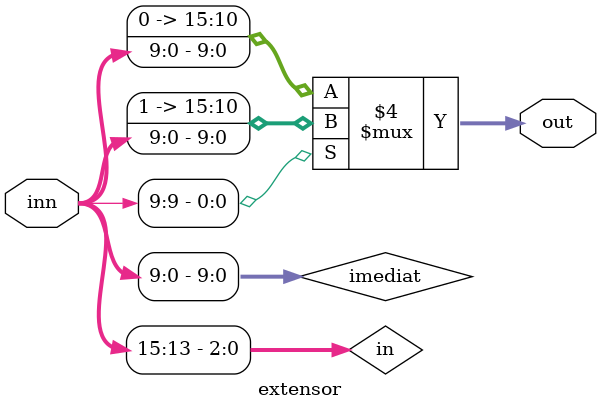
<source format=v>
module extensor(inn, out);

input [15:0] inn;
output [15:0] out;

reg [2:0] in;
reg [9:0] imediat;
reg [15:0] out;

always @(inn) begin
	in = {inn[15], inn[14], inn[13]};
	imediat = {inn[9], inn[8], inn[7], inn[6], inn[5], inn[4], inn[3], inn[2], inn[1], inn[0]};
	if(imediat[9] == 1)
		out <= {6'b111111, imediat};
	else
		out <= {6'b000000, imediat};
end

endmodule
</source>
